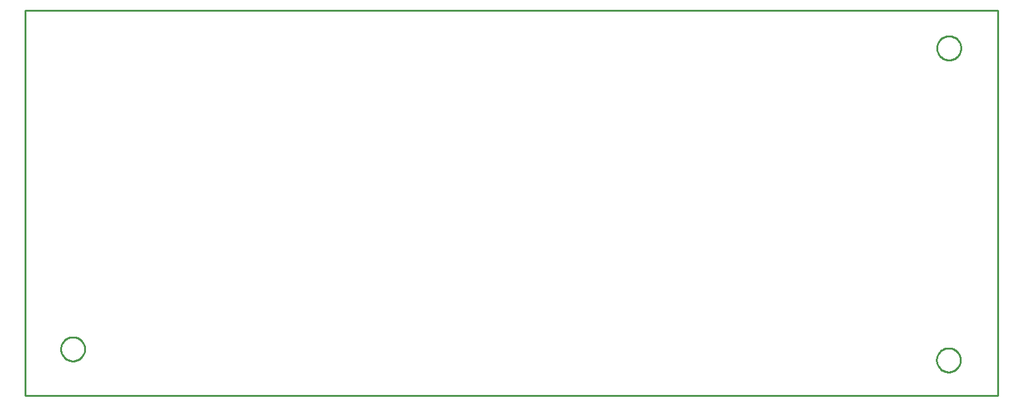
<source format=gbr>
G04 EAGLE Gerber RS-274X export*
G75*
%MOMM*%
%FSLAX34Y34*%
%LPD*%
%IN*%
%IPPOS*%
%AMOC8*
5,1,8,0,0,1.08239X$1,22.5*%
G01*
%ADD10C,0.254000*%


D10*
X0Y0D02*
X1341376Y0D01*
X1341376Y531776D01*
X0Y531776D01*
X0Y0D01*
X82032Y63468D02*
X81961Y62390D01*
X81820Y61319D01*
X81610Y60259D01*
X81330Y59216D01*
X80983Y58193D01*
X80569Y57195D01*
X80092Y56226D01*
X79551Y55290D01*
X78951Y54392D01*
X78294Y53535D01*
X77581Y52723D01*
X76817Y51959D01*
X76005Y51247D01*
X75148Y50589D01*
X74250Y49989D01*
X73314Y49449D01*
X72345Y48971D01*
X71347Y48557D01*
X70324Y48210D01*
X69281Y47930D01*
X68221Y47720D01*
X67150Y47579D01*
X66072Y47508D01*
X64992Y47508D01*
X63914Y47579D01*
X62843Y47720D01*
X61783Y47930D01*
X60740Y48210D01*
X59717Y48557D01*
X58719Y48971D01*
X57750Y49449D01*
X56814Y49989D01*
X55916Y50589D01*
X55059Y51247D01*
X54247Y51959D01*
X53483Y52723D01*
X52771Y53535D01*
X52113Y54392D01*
X51513Y55290D01*
X50973Y56226D01*
X50495Y57195D01*
X50081Y58193D01*
X49734Y59216D01*
X49454Y60259D01*
X49244Y61319D01*
X49103Y62390D01*
X49032Y63468D01*
X49032Y64548D01*
X49103Y65626D01*
X49244Y66697D01*
X49454Y67757D01*
X49734Y68800D01*
X50081Y69823D01*
X50495Y70821D01*
X50973Y71790D01*
X51513Y72726D01*
X52113Y73624D01*
X52771Y74481D01*
X53483Y75293D01*
X54247Y76057D01*
X55059Y76770D01*
X55916Y77427D01*
X56814Y78027D01*
X57750Y78568D01*
X58719Y79045D01*
X59717Y79459D01*
X60740Y79806D01*
X61783Y80086D01*
X62843Y80296D01*
X63914Y80437D01*
X64992Y80508D01*
X66072Y80508D01*
X67150Y80437D01*
X68221Y80296D01*
X69281Y80086D01*
X70324Y79806D01*
X71347Y79459D01*
X72345Y79045D01*
X73314Y78568D01*
X74250Y78027D01*
X75148Y77427D01*
X76005Y76770D01*
X76817Y76057D01*
X77581Y75293D01*
X78294Y74481D01*
X78951Y73624D01*
X79551Y72726D01*
X80092Y71790D01*
X80569Y70821D01*
X80983Y69823D01*
X81330Y68800D01*
X81610Y67757D01*
X81820Y66697D01*
X81961Y65626D01*
X82032Y64548D01*
X82032Y63468D01*
X1289548Y48228D02*
X1289477Y47150D01*
X1289336Y46079D01*
X1289126Y45019D01*
X1288846Y43976D01*
X1288499Y42953D01*
X1288085Y41955D01*
X1287608Y40986D01*
X1287067Y40050D01*
X1286467Y39152D01*
X1285810Y38295D01*
X1285097Y37483D01*
X1284333Y36719D01*
X1283521Y36007D01*
X1282664Y35349D01*
X1281766Y34749D01*
X1280830Y34209D01*
X1279861Y33731D01*
X1278863Y33317D01*
X1277840Y32970D01*
X1276797Y32690D01*
X1275737Y32480D01*
X1274666Y32339D01*
X1273588Y32268D01*
X1272508Y32268D01*
X1271430Y32339D01*
X1270359Y32480D01*
X1269299Y32690D01*
X1268256Y32970D01*
X1267233Y33317D01*
X1266235Y33731D01*
X1265266Y34209D01*
X1264330Y34749D01*
X1263432Y35349D01*
X1262575Y36007D01*
X1261763Y36719D01*
X1260999Y37483D01*
X1260287Y38295D01*
X1259629Y39152D01*
X1259029Y40050D01*
X1258489Y40986D01*
X1258011Y41955D01*
X1257597Y42953D01*
X1257250Y43976D01*
X1256970Y45019D01*
X1256760Y46079D01*
X1256619Y47150D01*
X1256548Y48228D01*
X1256548Y49308D01*
X1256619Y50386D01*
X1256760Y51457D01*
X1256970Y52517D01*
X1257250Y53560D01*
X1257597Y54583D01*
X1258011Y55581D01*
X1258489Y56550D01*
X1259029Y57486D01*
X1259629Y58384D01*
X1260287Y59241D01*
X1260999Y60053D01*
X1261763Y60817D01*
X1262575Y61530D01*
X1263432Y62187D01*
X1264330Y62787D01*
X1265266Y63328D01*
X1266235Y63805D01*
X1267233Y64219D01*
X1268256Y64566D01*
X1269299Y64846D01*
X1270359Y65056D01*
X1271430Y65197D01*
X1272508Y65268D01*
X1273588Y65268D01*
X1274666Y65197D01*
X1275737Y65056D01*
X1276797Y64846D01*
X1277840Y64566D01*
X1278863Y64219D01*
X1279861Y63805D01*
X1280830Y63328D01*
X1281766Y62787D01*
X1282664Y62187D01*
X1283521Y61530D01*
X1284333Y60817D01*
X1285097Y60053D01*
X1285810Y59241D01*
X1286467Y58384D01*
X1287067Y57486D01*
X1287608Y56550D01*
X1288085Y55581D01*
X1288499Y54583D01*
X1288846Y53560D01*
X1289126Y52517D01*
X1289336Y51457D01*
X1289477Y50386D01*
X1289548Y49308D01*
X1289548Y48228D01*
X1290056Y479012D02*
X1289985Y477934D01*
X1289844Y476863D01*
X1289634Y475803D01*
X1289354Y474760D01*
X1289007Y473737D01*
X1288593Y472739D01*
X1288116Y471770D01*
X1287575Y470834D01*
X1286975Y469936D01*
X1286318Y469079D01*
X1285605Y468267D01*
X1284841Y467503D01*
X1284029Y466791D01*
X1283172Y466133D01*
X1282274Y465533D01*
X1281338Y464993D01*
X1280369Y464515D01*
X1279371Y464101D01*
X1278348Y463754D01*
X1277305Y463474D01*
X1276245Y463264D01*
X1275174Y463123D01*
X1274096Y463052D01*
X1273016Y463052D01*
X1271938Y463123D01*
X1270867Y463264D01*
X1269807Y463474D01*
X1268764Y463754D01*
X1267741Y464101D01*
X1266743Y464515D01*
X1265774Y464993D01*
X1264838Y465533D01*
X1263940Y466133D01*
X1263083Y466791D01*
X1262271Y467503D01*
X1261507Y468267D01*
X1260795Y469079D01*
X1260137Y469936D01*
X1259537Y470834D01*
X1258997Y471770D01*
X1258519Y472739D01*
X1258105Y473737D01*
X1257758Y474760D01*
X1257478Y475803D01*
X1257268Y476863D01*
X1257127Y477934D01*
X1257056Y479012D01*
X1257056Y480092D01*
X1257127Y481170D01*
X1257268Y482241D01*
X1257478Y483301D01*
X1257758Y484344D01*
X1258105Y485367D01*
X1258519Y486365D01*
X1258997Y487334D01*
X1259537Y488270D01*
X1260137Y489168D01*
X1260795Y490025D01*
X1261507Y490837D01*
X1262271Y491601D01*
X1263083Y492314D01*
X1263940Y492971D01*
X1264838Y493571D01*
X1265774Y494112D01*
X1266743Y494589D01*
X1267741Y495003D01*
X1268764Y495350D01*
X1269807Y495630D01*
X1270867Y495840D01*
X1271938Y495981D01*
X1273016Y496052D01*
X1274096Y496052D01*
X1275174Y495981D01*
X1276245Y495840D01*
X1277305Y495630D01*
X1278348Y495350D01*
X1279371Y495003D01*
X1280369Y494589D01*
X1281338Y494112D01*
X1282274Y493571D01*
X1283172Y492971D01*
X1284029Y492314D01*
X1284841Y491601D01*
X1285605Y490837D01*
X1286318Y490025D01*
X1286975Y489168D01*
X1287575Y488270D01*
X1288116Y487334D01*
X1288593Y486365D01*
X1289007Y485367D01*
X1289354Y484344D01*
X1289634Y483301D01*
X1289844Y482241D01*
X1289985Y481170D01*
X1290056Y480092D01*
X1290056Y479012D01*
M02*

</source>
